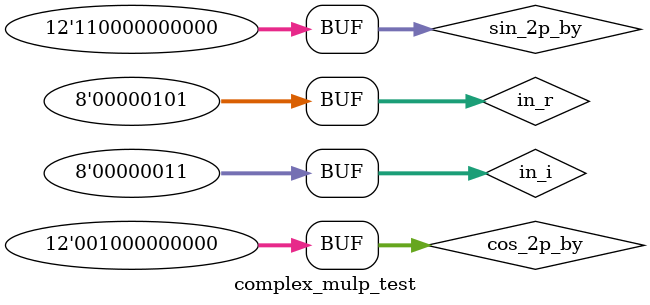
<source format=v>
`timescale 1ns / 1ps


module complex_mulp_test;

	// Inputs
	reg [7:0] in_r;
	reg [7:0] in_i;
	reg [11:0] cos_2p_by;
	reg [11:0] sin_2p_by;

	// Outputs
	wire [12:0] out_r;
	wire [12:0] out_i;
	// Instantiate the Unit Under Test (UUT)
	complex_mulp uut (
		in_r, 
		in_i, 
		cos_2p_by, 
		sin_2p_by, 
		out_r, 
		out_i
	);

	initial begin
		// Initialize Inputs
		
		#100;
       
		in_r = 5;
		in_i = 3;
		cos_2p_by = 12'b001000000000;
		sin_2p_by = 12'b110000000000;
		// Add stimulus here
		#100;
	end
      
endmodule


</source>
